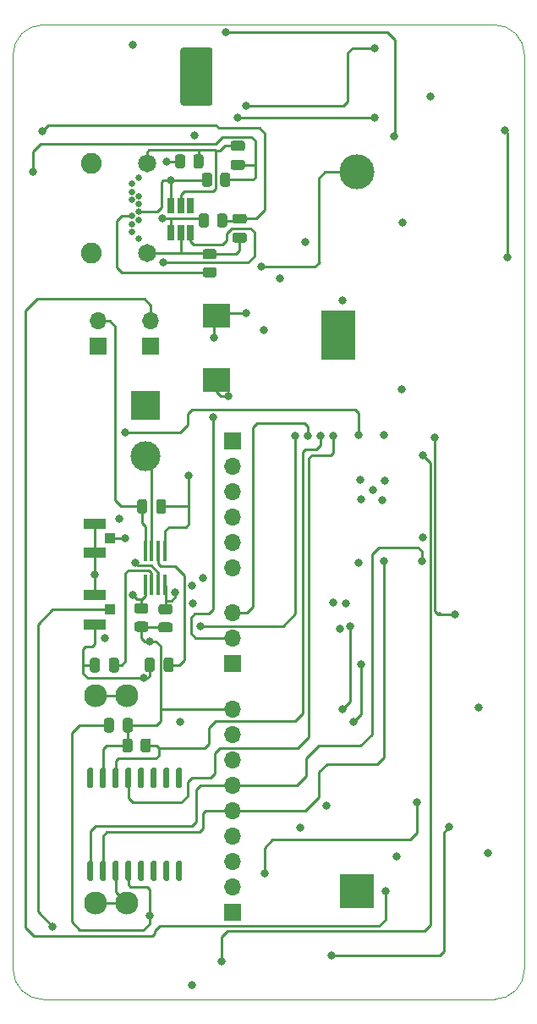
<source format=gbr>
%TF.GenerationSoftware,KiCad,Pcbnew,(5.1.10)-1*%
%TF.CreationDate,2021-09-02T16:56:43-04:00*%
%TF.ProjectId,buoy-c,62756f79-2d63-42e6-9b69-6361645f7063,1.0*%
%TF.SameCoordinates,Original*%
%TF.FileFunction,Copper,L4,Bot*%
%TF.FilePolarity,Positive*%
%FSLAX46Y46*%
G04 Gerber Fmt 4.6, Leading zero omitted, Abs format (unit mm)*
G04 Created by KiCad (PCBNEW (5.1.10)-1) date 2021-09-02 16:56:43*
%MOMM*%
%LPD*%
G01*
G04 APERTURE LIST*
%TA.AperFunction,Profile*%
%ADD10C,0.050000*%
%TD*%
%TA.AperFunction,ComponentPad*%
%ADD11C,3.500000*%
%TD*%
%TA.AperFunction,ComponentPad*%
%ADD12R,3.500000X3.500000*%
%TD*%
%TA.AperFunction,ComponentPad*%
%ADD13C,2.300000*%
%TD*%
%TA.AperFunction,ComponentPad*%
%ADD14O,1.700000X1.700000*%
%TD*%
%TA.AperFunction,ComponentPad*%
%ADD15R,1.700000X1.700000*%
%TD*%
%TA.AperFunction,SMDPad,CuDef*%
%ADD16R,2.200000X1.050000*%
%TD*%
%TA.AperFunction,SMDPad,CuDef*%
%ADD17R,1.050000X1.050000*%
%TD*%
%TA.AperFunction,ComponentPad*%
%ADD18C,0.650000*%
%TD*%
%TA.AperFunction,ComponentPad*%
%ADD19C,1.815000*%
%TD*%
%TA.AperFunction,ComponentPad*%
%ADD20C,2.085000*%
%TD*%
%TA.AperFunction,SMDPad,CuDef*%
%ADD21R,2.800000X2.400000*%
%TD*%
%TA.AperFunction,SMDPad,CuDef*%
%ADD22R,0.650000X1.560000*%
%TD*%
%TA.AperFunction,ComponentPad*%
%ADD23R,3.000000X3.000000*%
%TD*%
%TA.AperFunction,ComponentPad*%
%ADD24C,3.000000*%
%TD*%
%TA.AperFunction,ComponentPad*%
%ADD25C,0.600000*%
%TD*%
%TA.AperFunction,SMDPad,CuDef*%
%ADD26R,3.400000X5.000000*%
%TD*%
%TA.AperFunction,SMDPad,CuDef*%
%ADD27R,0.400000X2.000000*%
%TD*%
%TA.AperFunction,ViaPad*%
%ADD28C,0.800000*%
%TD*%
%TA.AperFunction,Conductor*%
%ADD29C,0.250000*%
%TD*%
G04 APERTURE END LIST*
D10*
X151750000Y-194500000D02*
G75*
G02*
X148750000Y-197500000I-3000000J0D01*
G01*
X148750000Y-100000000D02*
G75*
G02*
X151750000Y-103000000I0J-3000000D01*
G01*
X103550000Y-197500000D02*
G75*
G02*
X100550000Y-194500000I0J3000000D01*
G01*
X100550000Y-103000000D02*
G75*
G02*
X103550000Y-100000000I3000000J0D01*
G01*
X103550000Y-197500000D02*
X148750000Y-197500000D01*
X103550000Y-100000000D02*
X148750000Y-100000000D01*
X151750000Y-103000000D02*
X151750000Y-194500000D01*
X100550000Y-103000000D02*
X100550000Y-194500000D01*
D11*
%TO.P,J5,2*%
%TO.N,+BATT*%
X134975600Y-114700000D03*
D12*
%TO.P,J5,1*%
%TO.N,GND*%
X134975600Y-186700000D03*
%TD*%
D13*
%TO.P,J2,2*%
%TO.N,BAT-CR2032*%
X108822360Y-187892660D03*
X111922360Y-187892660D03*
X111922360Y-167092660D03*
X108822360Y-167092660D03*
%TD*%
D14*
%TO.P,J3,2*%
%TO.N,/5V_USB*%
X114345720Y-129646680D03*
D15*
%TO.P,J3,1*%
%TO.N,GND*%
X114345720Y-132186680D03*
%TD*%
D14*
%TO.P,J10,6*%
%TO.N,ESP_IO2*%
X122521980Y-154302460D03*
%TO.P,J10,5*%
%TO.N,ESP_IO15*%
X122521980Y-151762460D03*
%TO.P,J10,4*%
%TO.N,ESP_IO8*%
X122521980Y-149222460D03*
%TO.P,J10,3*%
%TO.N,ESP_IO7*%
X122521980Y-146682460D03*
%TO.P,J10,2*%
%TO.N,ESP_IO6*%
X122521980Y-144142460D03*
D15*
%TO.P,J10,1*%
%TO.N,GND*%
X122521980Y-141602460D03*
%TD*%
D14*
%TO.P,J7,2*%
%TO.N,+BATT*%
X109062520Y-129646680D03*
D15*
%TO.P,J7,1*%
%TO.N,GND*%
X109062520Y-132186680D03*
%TD*%
D14*
%TO.P,J14,9*%
%TO.N,VDD*%
X122521980Y-168455340D03*
%TO.P,J14,8*%
%TO.N,Net-(J14-Pad8)*%
X122521980Y-170995340D03*
%TO.P,J14,7*%
%TO.N,GND*%
X122521980Y-173535340D03*
%TO.P,J14,6*%
%TO.N,SCL*%
X122521980Y-176075340D03*
%TO.P,J14,5*%
%TO.N,SDA*%
X122521980Y-178615340D03*
%TO.P,J14,4*%
%TO.N,Net-(J14-Pad4)*%
X122521980Y-181155340D03*
%TO.P,J14,3*%
%TO.N,Net-(J14-Pad3)*%
X122521980Y-183695340D03*
%TO.P,J14,2*%
%TO.N,Net-(J14-Pad2)*%
X122521980Y-186235340D03*
D15*
%TO.P,J14,1*%
%TO.N,Net-(J14-Pad1)*%
X122521980Y-188775340D03*
%TD*%
D16*
%TO.P,J9,1*%
%TO.N,GND*%
X108752640Y-152841220D03*
%TO.P,J9,2*%
X108752640Y-149891220D03*
D17*
%TO.P,J9,3*%
%TO.N,Net-(J9-Pad3)*%
X110277640Y-151366220D03*
%TD*%
D16*
%TO.P,J4,1*%
%TO.N,GND*%
X108752640Y-159986980D03*
%TO.P,J4,2*%
X108752640Y-157036980D03*
D17*
%TO.P,J4,3*%
%TO.N,Net-(J4-Pad3)*%
X110277640Y-158511980D03*
%TD*%
D18*
%TO.P,J1,B1*%
%TO.N,GND*%
X113164020Y-121370820D03*
%TO.P,J1,B2*%
%TO.N,Net-(J1-PadB2)*%
X112464020Y-120720820D03*
%TO.P,J1,B3*%
%TO.N,Net-(J1-PadB3)*%
X112464020Y-119920820D03*
%TO.P,J1,B4*%
%TO.N,/5V_USB*%
X113164020Y-119520820D03*
%TO.P,J1,B5*%
%TO.N,Net-(J1-PadB5)*%
X112464020Y-119120820D03*
%TO.P,J1,B6*%
%TO.N,/FB2*%
X113164020Y-118720820D03*
%TO.P,J1,B7*%
%TO.N,/FB1*%
X113164020Y-117920820D03*
%TO.P,J1,B8*%
%TO.N,Net-(J1-PadB8)*%
X112464020Y-117520820D03*
%TO.P,J1,B9*%
%TO.N,/5V_USB*%
X113164020Y-117120820D03*
%TO.P,J1,B10*%
%TO.N,Net-(J1-PadB10)*%
X112464020Y-116720820D03*
%TO.P,J1,B11*%
%TO.N,Net-(J1-PadB11)*%
X112464020Y-115920820D03*
%TO.P,J1,B12*%
%TO.N,GND*%
X113164020Y-115270820D03*
D19*
%TO.P,J1,S1*%
X113964020Y-113820820D03*
D20*
%TO.P,J1,S2*%
X108364020Y-113820820D03*
%TO.P,J1,S3*%
X108364020Y-122820820D03*
D19*
%TO.P,J1,S4*%
X113964020Y-122820820D03*
%TD*%
%TO.P,C10,2*%
%TO.N,GND*%
%TA.AperFunction,SMDPad,CuDef*%
G36*
G01*
X123520220Y-112607980D02*
X122570220Y-112607980D01*
G75*
G02*
X122320220Y-112357980I0J250000D01*
G01*
X122320220Y-111857980D01*
G75*
G02*
X122570220Y-111607980I250000J0D01*
G01*
X123520220Y-111607980D01*
G75*
G02*
X123770220Y-111857980I0J-250000D01*
G01*
X123770220Y-112357980D01*
G75*
G02*
X123520220Y-112607980I-250000J0D01*
G01*
G37*
%TD.AperFunction*%
%TO.P,C10,1*%
%TO.N,/D+*%
%TA.AperFunction,SMDPad,CuDef*%
G36*
G01*
X123520220Y-114507980D02*
X122570220Y-114507980D01*
G75*
G02*
X122320220Y-114257980I0J250000D01*
G01*
X122320220Y-113757980D01*
G75*
G02*
X122570220Y-113507980I250000J0D01*
G01*
X123520220Y-113507980D01*
G75*
G02*
X123770220Y-113757980I0J-250000D01*
G01*
X123770220Y-114257980D01*
G75*
G02*
X123520220Y-114507980I-250000J0D01*
G01*
G37*
%TD.AperFunction*%
%TD*%
%TO.P,C12,1*%
%TO.N,/D-*%
%TA.AperFunction,SMDPad,CuDef*%
G36*
G01*
X122753100Y-118897740D02*
X123703100Y-118897740D01*
G75*
G02*
X123953100Y-119147740I0J-250000D01*
G01*
X123953100Y-119647740D01*
G75*
G02*
X123703100Y-119897740I-250000J0D01*
G01*
X122753100Y-119897740D01*
G75*
G02*
X122503100Y-119647740I0J250000D01*
G01*
X122503100Y-119147740D01*
G75*
G02*
X122753100Y-118897740I250000J0D01*
G01*
G37*
%TD.AperFunction*%
%TO.P,C12,2*%
%TO.N,GND*%
%TA.AperFunction,SMDPad,CuDef*%
G36*
G01*
X122753100Y-120797740D02*
X123703100Y-120797740D01*
G75*
G02*
X123953100Y-121047740I0J-250000D01*
G01*
X123953100Y-121547740D01*
G75*
G02*
X123703100Y-121797740I-250000J0D01*
G01*
X122753100Y-121797740D01*
G75*
G02*
X122503100Y-121547740I0J250000D01*
G01*
X122503100Y-121047740D01*
G75*
G02*
X122753100Y-120797740I250000J0D01*
G01*
G37*
%TD.AperFunction*%
%TD*%
%TO.P,C15,1*%
%TO.N,VDD*%
%TA.AperFunction,SMDPad,CuDef*%
G36*
G01*
X112549600Y-169603400D02*
X112549600Y-170553400D01*
G75*
G02*
X112299600Y-170803400I-250000J0D01*
G01*
X111799600Y-170803400D01*
G75*
G02*
X111549600Y-170553400I0J250000D01*
G01*
X111549600Y-169603400D01*
G75*
G02*
X111799600Y-169353400I250000J0D01*
G01*
X112299600Y-169353400D01*
G75*
G02*
X112549600Y-169603400I0J-250000D01*
G01*
G37*
%TD.AperFunction*%
%TO.P,C15,2*%
%TO.N,GND*%
%TA.AperFunction,SMDPad,CuDef*%
G36*
G01*
X110649600Y-169603400D02*
X110649600Y-170553400D01*
G75*
G02*
X110399600Y-170803400I-250000J0D01*
G01*
X109899600Y-170803400D01*
G75*
G02*
X109649600Y-170553400I0J250000D01*
G01*
X109649600Y-169603400D01*
G75*
G02*
X109899600Y-169353400I250000J0D01*
G01*
X110399600Y-169353400D01*
G75*
G02*
X110649600Y-169603400I0J-250000D01*
G01*
G37*
%TD.AperFunction*%
%TD*%
D21*
%TO.P,C19,2*%
%TO.N,GND*%
X120947180Y-135506060D03*
%TO.P,C19,1*%
%TO.N,+5V*%
X120947180Y-129106060D03*
%TD*%
%TO.P,C20,2*%
%TO.N,GND*%
%TA.AperFunction,SMDPad,CuDef*%
G36*
G01*
X114874460Y-148661140D02*
X114874460Y-147711140D01*
G75*
G02*
X115124460Y-147461140I250000J0D01*
G01*
X115624460Y-147461140D01*
G75*
G02*
X115874460Y-147711140I0J-250000D01*
G01*
X115874460Y-148661140D01*
G75*
G02*
X115624460Y-148911140I-250000J0D01*
G01*
X115124460Y-148911140D01*
G75*
G02*
X114874460Y-148661140I0J250000D01*
G01*
G37*
%TD.AperFunction*%
%TO.P,C20,1*%
%TO.N,+BATT*%
%TA.AperFunction,SMDPad,CuDef*%
G36*
G01*
X112974460Y-148661140D02*
X112974460Y-147711140D01*
G75*
G02*
X113224460Y-147461140I250000J0D01*
G01*
X113724460Y-147461140D01*
G75*
G02*
X113974460Y-147711140I0J-250000D01*
G01*
X113974460Y-148661140D01*
G75*
G02*
X113724460Y-148911140I-250000J0D01*
G01*
X113224460Y-148911140D01*
G75*
G02*
X112974460Y-148661140I0J250000D01*
G01*
G37*
%TD.AperFunction*%
%TD*%
%TO.P,C21,2*%
%TO.N,GND*%
%TA.AperFunction,SMDPad,CuDef*%
G36*
G01*
X114721220Y-163558200D02*
X114721220Y-164508200D01*
G75*
G02*
X114471220Y-164758200I-250000J0D01*
G01*
X113971220Y-164758200D01*
G75*
G02*
X113721220Y-164508200I0J250000D01*
G01*
X113721220Y-163558200D01*
G75*
G02*
X113971220Y-163308200I250000J0D01*
G01*
X114471220Y-163308200D01*
G75*
G02*
X114721220Y-163558200I0J-250000D01*
G01*
G37*
%TD.AperFunction*%
%TO.P,C21,1*%
%TO.N,Net-(C21-Pad1)*%
%TA.AperFunction,SMDPad,CuDef*%
G36*
G01*
X116621220Y-163558200D02*
X116621220Y-164508200D01*
G75*
G02*
X116371220Y-164758200I-250000J0D01*
G01*
X115871220Y-164758200D01*
G75*
G02*
X115621220Y-164508200I0J250000D01*
G01*
X115621220Y-163558200D01*
G75*
G02*
X115871220Y-163308200I250000J0D01*
G01*
X116371220Y-163308200D01*
G75*
G02*
X116621220Y-163558200I0J-250000D01*
G01*
G37*
%TD.AperFunction*%
%TD*%
%TO.P,C22,2*%
%TO.N,GND*%
%TA.AperFunction,SMDPad,CuDef*%
G36*
G01*
X109242400Y-163586140D02*
X109242400Y-164536140D01*
G75*
G02*
X108992400Y-164786140I-250000J0D01*
G01*
X108492400Y-164786140D01*
G75*
G02*
X108242400Y-164536140I0J250000D01*
G01*
X108242400Y-163586140D01*
G75*
G02*
X108492400Y-163336140I250000J0D01*
G01*
X108992400Y-163336140D01*
G75*
G02*
X109242400Y-163586140I0J-250000D01*
G01*
G37*
%TD.AperFunction*%
%TO.P,C22,1*%
%TO.N,Net-(C22-Pad1)*%
%TA.AperFunction,SMDPad,CuDef*%
G36*
G01*
X111142400Y-163586140D02*
X111142400Y-164536140D01*
G75*
G02*
X110892400Y-164786140I-250000J0D01*
G01*
X110392400Y-164786140D01*
G75*
G02*
X110142400Y-164536140I0J250000D01*
G01*
X110142400Y-163586140D01*
G75*
G02*
X110392400Y-163336140I250000J0D01*
G01*
X110892400Y-163336140D01*
G75*
G02*
X111142400Y-163586140I0J-250000D01*
G01*
G37*
%TD.AperFunction*%
%TD*%
D22*
%TO.P,D3,1*%
%TO.N,/5V_USB*%
X118285300Y-120773180D03*
%TO.P,D3,2*%
%TO.N,GND*%
X117335300Y-120773180D03*
%TO.P,D3,3*%
%TO.N,/FB1*%
X116385300Y-120773180D03*
%TO.P,D3,4*%
%TO.N,/FB2*%
X116385300Y-118073180D03*
%TO.P,D3,6*%
%TO.N,Net-(D3-Pad6)*%
X118285300Y-118073180D03*
%TO.P,D3,5*%
%TO.N,GND*%
X117335300Y-118073180D03*
%TD*%
%TO.P,FB1,2*%
%TO.N,/FB1*%
%TA.AperFunction,SMDPad,CuDef*%
G36*
G01*
X120163000Y-119128119D02*
X120163000Y-120028121D01*
G75*
G02*
X119913001Y-120278120I-249999J0D01*
G01*
X119387999Y-120278120D01*
G75*
G02*
X119138000Y-120028121I0J249999D01*
G01*
X119138000Y-119128119D01*
G75*
G02*
X119387999Y-118878120I249999J0D01*
G01*
X119913001Y-118878120D01*
G75*
G02*
X120163000Y-119128119I0J-249999D01*
G01*
G37*
%TD.AperFunction*%
%TO.P,FB1,1*%
%TO.N,/D-*%
%TA.AperFunction,SMDPad,CuDef*%
G36*
G01*
X121988000Y-119128119D02*
X121988000Y-120028121D01*
G75*
G02*
X121738001Y-120278120I-249999J0D01*
G01*
X121212999Y-120278120D01*
G75*
G02*
X120963000Y-120028121I0J249999D01*
G01*
X120963000Y-119128119D01*
G75*
G02*
X121212999Y-118878120I249999J0D01*
G01*
X121738001Y-118878120D01*
G75*
G02*
X121988000Y-119128119I0J-249999D01*
G01*
G37*
%TD.AperFunction*%
%TD*%
%TO.P,FB2,1*%
%TO.N,/D+*%
%TA.AperFunction,SMDPad,CuDef*%
G36*
G01*
X122311220Y-115051419D02*
X122311220Y-115951421D01*
G75*
G02*
X122061221Y-116201420I-249999J0D01*
G01*
X121536219Y-116201420D01*
G75*
G02*
X121286220Y-115951421I0J249999D01*
G01*
X121286220Y-115051419D01*
G75*
G02*
X121536219Y-114801420I249999J0D01*
G01*
X122061221Y-114801420D01*
G75*
G02*
X122311220Y-115051419I0J-249999D01*
G01*
G37*
%TD.AperFunction*%
%TO.P,FB2,2*%
%TO.N,/FB2*%
%TA.AperFunction,SMDPad,CuDef*%
G36*
G01*
X120486220Y-115051419D02*
X120486220Y-115951421D01*
G75*
G02*
X120236221Y-116201420I-249999J0D01*
G01*
X119711219Y-116201420D01*
G75*
G02*
X119461220Y-115951421I0J249999D01*
G01*
X119461220Y-115051419D01*
G75*
G02*
X119711219Y-114801420I249999J0D01*
G01*
X120236221Y-114801420D01*
G75*
G02*
X120486220Y-115051419I0J-249999D01*
G01*
G37*
%TD.AperFunction*%
%TD*%
D14*
%TO.P,J8,3*%
%TO.N,PWM_SERVO*%
X122521980Y-158826200D03*
%TO.P,J8,2*%
%TO.N,+5V*%
X122521980Y-161366200D03*
D15*
%TO.P,J8,1*%
%TO.N,GND*%
X122521980Y-163906200D03*
%TD*%
D23*
%TO.P,J11,1*%
%TO.N,GND*%
X113797080Y-138046460D03*
D24*
%TO.P,J11,2*%
%TO.N,Net-(J11-Pad2)*%
X113797080Y-143126460D03*
%TD*%
%TO.P,R4,2*%
%TO.N,GND*%
%TA.AperFunction,SMDPad,CuDef*%
G36*
G01*
X120678361Y-123454840D02*
X119778359Y-123454840D01*
G75*
G02*
X119528360Y-123204841I0J249999D01*
G01*
X119528360Y-122679839D01*
G75*
G02*
X119778359Y-122429840I249999J0D01*
G01*
X120678361Y-122429840D01*
G75*
G02*
X120928360Y-122679839I0J-249999D01*
G01*
X120928360Y-123204841D01*
G75*
G02*
X120678361Y-123454840I-249999J0D01*
G01*
G37*
%TD.AperFunction*%
%TO.P,R4,1*%
%TO.N,Net-(J1-PadB5)*%
%TA.AperFunction,SMDPad,CuDef*%
G36*
G01*
X120678361Y-125279840D02*
X119778359Y-125279840D01*
G75*
G02*
X119528360Y-125029841I0J249999D01*
G01*
X119528360Y-124504839D01*
G75*
G02*
X119778359Y-124254840I249999J0D01*
G01*
X120678361Y-124254840D01*
G75*
G02*
X120928360Y-124504839I0J-249999D01*
G01*
X120928360Y-125029841D01*
G75*
G02*
X120678361Y-125279840I-249999J0D01*
G01*
G37*
%TD.AperFunction*%
%TD*%
%TO.P,R6,1*%
%TO.N,Net-(J1-PadA5)*%
%TA.AperFunction,SMDPad,CuDef*%
G36*
G01*
X116768820Y-114115001D02*
X116768820Y-113214999D01*
G75*
G02*
X117018819Y-112965000I249999J0D01*
G01*
X117543821Y-112965000D01*
G75*
G02*
X117793820Y-113214999I0J-249999D01*
G01*
X117793820Y-114115001D01*
G75*
G02*
X117543821Y-114365000I-249999J0D01*
G01*
X117018819Y-114365000D01*
G75*
G02*
X116768820Y-114115001I0J249999D01*
G01*
G37*
%TD.AperFunction*%
%TO.P,R6,2*%
%TO.N,GND*%
%TA.AperFunction,SMDPad,CuDef*%
G36*
G01*
X118593820Y-114115001D02*
X118593820Y-113214999D01*
G75*
G02*
X118843819Y-112965000I249999J0D01*
G01*
X119368821Y-112965000D01*
G75*
G02*
X119618820Y-113214999I0J-249999D01*
G01*
X119618820Y-114115001D01*
G75*
G02*
X119368821Y-114365000I-249999J0D01*
G01*
X118843819Y-114365000D01*
G75*
G02*
X118593820Y-114115001I0J249999D01*
G01*
G37*
%TD.AperFunction*%
%TD*%
%TO.P,R25,1*%
%TO.N,VDD*%
%TA.AperFunction,SMDPad,CuDef*%
G36*
G01*
X111503400Y-172547701D02*
X111503400Y-171647699D01*
G75*
G02*
X111753399Y-171397700I249999J0D01*
G01*
X112278401Y-171397700D01*
G75*
G02*
X112528400Y-171647699I0J-249999D01*
G01*
X112528400Y-172547701D01*
G75*
G02*
X112278401Y-172797700I-249999J0D01*
G01*
X111753399Y-172797700D01*
G75*
G02*
X111503400Y-172547701I0J249999D01*
G01*
G37*
%TD.AperFunction*%
%TO.P,R25,2*%
%TO.N,INT_RTC*%
%TA.AperFunction,SMDPad,CuDef*%
G36*
G01*
X113328400Y-172547701D02*
X113328400Y-171647699D01*
G75*
G02*
X113578399Y-171397700I249999J0D01*
G01*
X114103401Y-171397700D01*
G75*
G02*
X114353400Y-171647699I0J-249999D01*
G01*
X114353400Y-172547701D01*
G75*
G02*
X114103401Y-172797700I-249999J0D01*
G01*
X113578399Y-172797700D01*
G75*
G02*
X113328400Y-172547701I0J249999D01*
G01*
G37*
%TD.AperFunction*%
%TD*%
%TO.P,R36,1*%
%TO.N,VDD*%
%TA.AperFunction,SMDPad,CuDef*%
G36*
G01*
X116266381Y-160802380D02*
X115366379Y-160802380D01*
G75*
G02*
X115116380Y-160552381I0J249999D01*
G01*
X115116380Y-160027379D01*
G75*
G02*
X115366379Y-159777380I249999J0D01*
G01*
X116266381Y-159777380D01*
G75*
G02*
X116516380Y-160027379I0J-249999D01*
G01*
X116516380Y-160552381D01*
G75*
G02*
X116266381Y-160802380I-249999J0D01*
G01*
G37*
%TD.AperFunction*%
%TO.P,R36,2*%
%TO.N,BUTTON_INT*%
%TA.AperFunction,SMDPad,CuDef*%
G36*
G01*
X116266381Y-158977380D02*
X115366379Y-158977380D01*
G75*
G02*
X115116380Y-158727381I0J249999D01*
G01*
X115116380Y-158202379D01*
G75*
G02*
X115366379Y-157952380I249999J0D01*
G01*
X116266381Y-157952380D01*
G75*
G02*
X116516380Y-158202379I0J-249999D01*
G01*
X116516380Y-158727381D01*
G75*
G02*
X116266381Y-158977380I-249999J0D01*
G01*
G37*
%TD.AperFunction*%
%TD*%
%TO.P,R37,2*%
%TO.N,BUTTON_KILL*%
%TA.AperFunction,SMDPad,CuDef*%
G36*
G01*
X113838141Y-158901180D02*
X112938139Y-158901180D01*
G75*
G02*
X112688140Y-158651181I0J249999D01*
G01*
X112688140Y-158126179D01*
G75*
G02*
X112938139Y-157876180I249999J0D01*
G01*
X113838141Y-157876180D01*
G75*
G02*
X114088140Y-158126179I0J-249999D01*
G01*
X114088140Y-158651181D01*
G75*
G02*
X113838141Y-158901180I-249999J0D01*
G01*
G37*
%TD.AperFunction*%
%TO.P,R37,1*%
%TO.N,VDD*%
%TA.AperFunction,SMDPad,CuDef*%
G36*
G01*
X113838141Y-160726180D02*
X112938139Y-160726180D01*
G75*
G02*
X112688140Y-160476181I0J249999D01*
G01*
X112688140Y-159951179D01*
G75*
G02*
X112938139Y-159701180I249999J0D01*
G01*
X113838141Y-159701180D01*
G75*
G02*
X114088140Y-159951179I0J-249999D01*
G01*
X114088140Y-160476181D01*
G75*
G02*
X113838141Y-160726180I-249999J0D01*
G01*
G37*
%TD.AperFunction*%
%TD*%
D25*
%TO.P,U2,21*%
%TO.N,GND*%
X117615180Y-102578860D03*
X118915180Y-102578860D03*
X120215180Y-102578860D03*
X117615180Y-103878860D03*
X118915180Y-103878860D03*
X120215180Y-103878860D03*
X117615180Y-105178860D03*
X118915180Y-105178860D03*
X120215180Y-105178860D03*
X117615180Y-106478860D03*
X118915180Y-106478860D03*
X120215180Y-106478860D03*
X117615180Y-107778860D03*
X118915180Y-107778860D03*
X120215180Y-107778860D03*
%TA.AperFunction,SMDPad,CuDef*%
G36*
G01*
X117315180Y-107828860D02*
X117315180Y-102528860D01*
G75*
G02*
X117565180Y-102278860I250000J0D01*
G01*
X120265180Y-102278860D01*
G75*
G02*
X120515180Y-102528860I0J-250000D01*
G01*
X120515180Y-107828860D01*
G75*
G02*
X120265180Y-108078860I-250000J0D01*
G01*
X117565180Y-108078860D01*
G75*
G02*
X117315180Y-107828860I0J250000D01*
G01*
G37*
%TD.AperFunction*%
%TD*%
D26*
%TO.P,U6,17*%
%TO.N,GND*%
X133096000Y-131084320D03*
D25*
X134196000Y-128884320D03*
X133096000Y-128884320D03*
X131996000Y-128884320D03*
X131996000Y-129984320D03*
X133096000Y-129984320D03*
X134196000Y-129984320D03*
X131996000Y-131084320D03*
X133096000Y-131084320D03*
X134196000Y-131084320D03*
X131996000Y-132184320D03*
X133096000Y-132184320D03*
X134196000Y-132184320D03*
X131996000Y-133284320D03*
X133096000Y-133284320D03*
X134196000Y-133284320D03*
%TD*%
%TO.P,U8,1*%
%TO.N,Net-(U8-Pad1)*%
%TA.AperFunction,SMDPad,CuDef*%
G36*
G01*
X108142900Y-174314480D02*
X108442900Y-174314480D01*
G75*
G02*
X108592900Y-174464480I0J-150000D01*
G01*
X108592900Y-176214480D01*
G75*
G02*
X108442900Y-176364480I-150000J0D01*
G01*
X108142900Y-176364480D01*
G75*
G02*
X107992900Y-176214480I0J150000D01*
G01*
X107992900Y-174464480D01*
G75*
G02*
X108142900Y-174314480I150000J0D01*
G01*
G37*
%TD.AperFunction*%
%TO.P,U8,2*%
%TO.N,VDD*%
%TA.AperFunction,SMDPad,CuDef*%
G36*
G01*
X109412900Y-174314480D02*
X109712900Y-174314480D01*
G75*
G02*
X109862900Y-174464480I0J-150000D01*
G01*
X109862900Y-176214480D01*
G75*
G02*
X109712900Y-176364480I-150000J0D01*
G01*
X109412900Y-176364480D01*
G75*
G02*
X109262900Y-176214480I0J150000D01*
G01*
X109262900Y-174464480D01*
G75*
G02*
X109412900Y-174314480I150000J0D01*
G01*
G37*
%TD.AperFunction*%
%TO.P,U8,3*%
%TO.N,INT_RTC*%
%TA.AperFunction,SMDPad,CuDef*%
G36*
G01*
X110682900Y-174314480D02*
X110982900Y-174314480D01*
G75*
G02*
X111132900Y-174464480I0J-150000D01*
G01*
X111132900Y-176214480D01*
G75*
G02*
X110982900Y-176364480I-150000J0D01*
G01*
X110682900Y-176364480D01*
G75*
G02*
X110532900Y-176214480I0J150000D01*
G01*
X110532900Y-174464480D01*
G75*
G02*
X110682900Y-174314480I150000J0D01*
G01*
G37*
%TD.AperFunction*%
%TO.P,U8,4*%
%TO.N,RST_RTC*%
%TA.AperFunction,SMDPad,CuDef*%
G36*
G01*
X111952900Y-174314480D02*
X112252900Y-174314480D01*
G75*
G02*
X112402900Y-174464480I0J-150000D01*
G01*
X112402900Y-176214480D01*
G75*
G02*
X112252900Y-176364480I-150000J0D01*
G01*
X111952900Y-176364480D01*
G75*
G02*
X111802900Y-176214480I0J150000D01*
G01*
X111802900Y-174464480D01*
G75*
G02*
X111952900Y-174314480I150000J0D01*
G01*
G37*
%TD.AperFunction*%
%TO.P,U8,5*%
%TO.N,Net-(U8-Pad5)*%
%TA.AperFunction,SMDPad,CuDef*%
G36*
G01*
X113222900Y-174314480D02*
X113522900Y-174314480D01*
G75*
G02*
X113672900Y-174464480I0J-150000D01*
G01*
X113672900Y-176214480D01*
G75*
G02*
X113522900Y-176364480I-150000J0D01*
G01*
X113222900Y-176364480D01*
G75*
G02*
X113072900Y-176214480I0J150000D01*
G01*
X113072900Y-174464480D01*
G75*
G02*
X113222900Y-174314480I150000J0D01*
G01*
G37*
%TD.AperFunction*%
%TO.P,U8,6*%
%TO.N,Net-(U8-Pad6)*%
%TA.AperFunction,SMDPad,CuDef*%
G36*
G01*
X114492900Y-174314480D02*
X114792900Y-174314480D01*
G75*
G02*
X114942900Y-174464480I0J-150000D01*
G01*
X114942900Y-176214480D01*
G75*
G02*
X114792900Y-176364480I-150000J0D01*
G01*
X114492900Y-176364480D01*
G75*
G02*
X114342900Y-176214480I0J150000D01*
G01*
X114342900Y-174464480D01*
G75*
G02*
X114492900Y-174314480I150000J0D01*
G01*
G37*
%TD.AperFunction*%
%TO.P,U8,7*%
%TO.N,Net-(U8-Pad7)*%
%TA.AperFunction,SMDPad,CuDef*%
G36*
G01*
X115762900Y-174314480D02*
X116062900Y-174314480D01*
G75*
G02*
X116212900Y-174464480I0J-150000D01*
G01*
X116212900Y-176214480D01*
G75*
G02*
X116062900Y-176364480I-150000J0D01*
G01*
X115762900Y-176364480D01*
G75*
G02*
X115612900Y-176214480I0J150000D01*
G01*
X115612900Y-174464480D01*
G75*
G02*
X115762900Y-174314480I150000J0D01*
G01*
G37*
%TD.AperFunction*%
%TO.P,U8,8*%
%TO.N,Net-(U8-Pad8)*%
%TA.AperFunction,SMDPad,CuDef*%
G36*
G01*
X117032900Y-174314480D02*
X117332900Y-174314480D01*
G75*
G02*
X117482900Y-174464480I0J-150000D01*
G01*
X117482900Y-176214480D01*
G75*
G02*
X117332900Y-176364480I-150000J0D01*
G01*
X117032900Y-176364480D01*
G75*
G02*
X116882900Y-176214480I0J150000D01*
G01*
X116882900Y-174464480D01*
G75*
G02*
X117032900Y-174314480I150000J0D01*
G01*
G37*
%TD.AperFunction*%
%TO.P,U8,9*%
%TO.N,Net-(U8-Pad9)*%
%TA.AperFunction,SMDPad,CuDef*%
G36*
G01*
X117032900Y-183614480D02*
X117332900Y-183614480D01*
G75*
G02*
X117482900Y-183764480I0J-150000D01*
G01*
X117482900Y-185514480D01*
G75*
G02*
X117332900Y-185664480I-150000J0D01*
G01*
X117032900Y-185664480D01*
G75*
G02*
X116882900Y-185514480I0J150000D01*
G01*
X116882900Y-183764480D01*
G75*
G02*
X117032900Y-183614480I150000J0D01*
G01*
G37*
%TD.AperFunction*%
%TO.P,U8,10*%
%TO.N,Net-(U8-Pad10)*%
%TA.AperFunction,SMDPad,CuDef*%
G36*
G01*
X115762900Y-183614480D02*
X116062900Y-183614480D01*
G75*
G02*
X116212900Y-183764480I0J-150000D01*
G01*
X116212900Y-185514480D01*
G75*
G02*
X116062900Y-185664480I-150000J0D01*
G01*
X115762900Y-185664480D01*
G75*
G02*
X115612900Y-185514480I0J150000D01*
G01*
X115612900Y-183764480D01*
G75*
G02*
X115762900Y-183614480I150000J0D01*
G01*
G37*
%TD.AperFunction*%
%TO.P,U8,11*%
%TO.N,Net-(U8-Pad11)*%
%TA.AperFunction,SMDPad,CuDef*%
G36*
G01*
X114492900Y-183614480D02*
X114792900Y-183614480D01*
G75*
G02*
X114942900Y-183764480I0J-150000D01*
G01*
X114942900Y-185514480D01*
G75*
G02*
X114792900Y-185664480I-150000J0D01*
G01*
X114492900Y-185664480D01*
G75*
G02*
X114342900Y-185514480I0J150000D01*
G01*
X114342900Y-183764480D01*
G75*
G02*
X114492900Y-183614480I150000J0D01*
G01*
G37*
%TD.AperFunction*%
%TO.P,U8,12*%
%TO.N,Net-(U8-Pad12)*%
%TA.AperFunction,SMDPad,CuDef*%
G36*
G01*
X113222900Y-183614480D02*
X113522900Y-183614480D01*
G75*
G02*
X113672900Y-183764480I0J-150000D01*
G01*
X113672900Y-185514480D01*
G75*
G02*
X113522900Y-185664480I-150000J0D01*
G01*
X113222900Y-185664480D01*
G75*
G02*
X113072900Y-185514480I0J150000D01*
G01*
X113072900Y-183764480D01*
G75*
G02*
X113222900Y-183614480I150000J0D01*
G01*
G37*
%TD.AperFunction*%
%TO.P,U8,13*%
%TO.N,GND*%
%TA.AperFunction,SMDPad,CuDef*%
G36*
G01*
X111952900Y-183614480D02*
X112252900Y-183614480D01*
G75*
G02*
X112402900Y-183764480I0J-150000D01*
G01*
X112402900Y-185514480D01*
G75*
G02*
X112252900Y-185664480I-150000J0D01*
G01*
X111952900Y-185664480D01*
G75*
G02*
X111802900Y-185514480I0J150000D01*
G01*
X111802900Y-183764480D01*
G75*
G02*
X111952900Y-183614480I150000J0D01*
G01*
G37*
%TD.AperFunction*%
%TO.P,U8,14*%
%TO.N,BAT-CR2032*%
%TA.AperFunction,SMDPad,CuDef*%
G36*
G01*
X110682900Y-183614480D02*
X110982900Y-183614480D01*
G75*
G02*
X111132900Y-183764480I0J-150000D01*
G01*
X111132900Y-185514480D01*
G75*
G02*
X110982900Y-185664480I-150000J0D01*
G01*
X110682900Y-185664480D01*
G75*
G02*
X110532900Y-185514480I0J150000D01*
G01*
X110532900Y-183764480D01*
G75*
G02*
X110682900Y-183614480I150000J0D01*
G01*
G37*
%TD.AperFunction*%
%TO.P,U8,15*%
%TO.N,SDA*%
%TA.AperFunction,SMDPad,CuDef*%
G36*
G01*
X109412900Y-183614480D02*
X109712900Y-183614480D01*
G75*
G02*
X109862900Y-183764480I0J-150000D01*
G01*
X109862900Y-185514480D01*
G75*
G02*
X109712900Y-185664480I-150000J0D01*
G01*
X109412900Y-185664480D01*
G75*
G02*
X109262900Y-185514480I0J150000D01*
G01*
X109262900Y-183764480D01*
G75*
G02*
X109412900Y-183614480I150000J0D01*
G01*
G37*
%TD.AperFunction*%
%TO.P,U8,16*%
%TO.N,SCL*%
%TA.AperFunction,SMDPad,CuDef*%
G36*
G01*
X108142900Y-183614480D02*
X108442900Y-183614480D01*
G75*
G02*
X108592900Y-183764480I0J-150000D01*
G01*
X108592900Y-185514480D01*
G75*
G02*
X108442900Y-185664480I-150000J0D01*
G01*
X108142900Y-185664480D01*
G75*
G02*
X107992900Y-185514480I0J150000D01*
G01*
X107992900Y-183764480D01*
G75*
G02*
X108142900Y-183614480I150000J0D01*
G01*
G37*
%TD.AperFunction*%
%TD*%
D27*
%TO.P,U10,1*%
%TO.N,+BATT*%
X113789740Y-152625480D03*
%TO.P,U10,2*%
%TO.N,Net-(J11-Pad2)*%
X114429740Y-152625480D03*
%TO.P,U10,3*%
%TO.N,Net-(C21-Pad1)*%
X115089740Y-152625480D03*
%TO.P,U10,4*%
%TO.N,GND*%
X115729740Y-152625480D03*
%TO.P,U10,5*%
%TO.N,BUTTON_INT*%
X115729740Y-156045480D03*
%TO.P,U10,6*%
%TO.N,EN_3V3*%
X115089740Y-156045480D03*
%TO.P,U10,7*%
%TO.N,Net-(C22-Pad1)*%
X114429740Y-156045480D03*
%TO.P,U10,8*%
%TO.N,BUTTON_KILL*%
X113789740Y-156045480D03*
%TD*%
D28*
%TO.N,+BATT*%
X125364240Y-124195840D03*
X142379700Y-107190540D03*
X112506760Y-102041960D03*
X139418060Y-136474200D03*
%TO.N,GND*%
X137749280Y-145572480D03*
X137500360Y-147561300D03*
X135387080Y-147436840D03*
X135305800Y-145531840D03*
X138965940Y-183194960D03*
X148099780Y-182864760D03*
X114195860Y-189108080D03*
X139527280Y-119773700D03*
X133504940Y-127541020D03*
X125679200Y-130535680D03*
X136541600Y-146530300D03*
X133240780Y-160383220D03*
X147185140Y-168290480D03*
X122085100Y-137162540D03*
X118127780Y-145061940D03*
X108752640Y-154967940D03*
X113596420Y-165366700D03*
X118473180Y-196088040D03*
%TO.N,BAT-CR2032*%
X135364220Y-163946840D03*
X117236240Y-169743120D03*
X134622540Y-169743120D03*
%TO.N,/5V_USB*%
X115575080Y-123802140D03*
X118752620Y-111102140D03*
X137820400Y-186697500D03*
%TO.N,Net-(C4-Pad1)*%
X123911360Y-108127800D03*
X136728200Y-102346760D03*
%TO.N,Net-(C4-Pad2)*%
X123019820Y-109245400D03*
X136768840Y-109245400D03*
%TO.N,+3V3*%
X121851420Y-100759260D03*
X138739880Y-111175800D03*
%TO.N,/D+*%
X129303780Y-180284120D03*
X102524560Y-114701320D03*
%TO.N,/D-*%
X131894580Y-178122580D03*
X103487220Y-110599220D03*
%TO.N,VDD*%
X144805400Y-158958280D03*
X142793720Y-141287500D03*
X134285140Y-160144040D03*
X133520180Y-168455340D03*
X114254280Y-161655760D03*
X111158020Y-149420580D03*
X150066380Y-123217300D03*
X149806660Y-110517940D03*
%TO.N,+5V*%
X123842780Y-128874520D03*
X120642380Y-131297680D03*
X120586500Y-139298680D03*
%TO.N,ESP_EN*%
X141571980Y-143073120D03*
X121406920Y-193664840D03*
%TO.N,Net-(D2-Pad2)*%
X127292100Y-125374400D03*
X129791460Y-121770140D03*
%TO.N,Net-(J1-PadA5)*%
X115920520Y-113708180D03*
%TO.N,PWM_SERVO*%
X130101340Y-141094460D03*
%TO.N,/RTS*%
X132420360Y-193126360D03*
X144211040Y-180273960D03*
%TO.N,EN_3V3*%
X112809020Y-153821300D03*
%TO.N,EN_5V*%
X135100060Y-141046200D03*
X111777780Y-140771880D03*
%TO.N,SDA*%
X137683240Y-153687780D03*
%TO.N,SCL*%
X141470380Y-153642060D03*
%TO.N,INT_RTC*%
X131335780Y-141124940D03*
%TO.N,BUTTON_INT*%
X137668000Y-141051280D03*
X116801900Y-156814520D03*
%TO.N,BUTTON_KILL*%
X112533260Y-157010100D03*
%TO.N,LORA_MOSI*%
X109712760Y-161315400D03*
X141541500Y-151267160D03*
%TO.N,LORA_MISO*%
X135107680Y-153835100D03*
X119529860Y-155308300D03*
%TO.N,LORA_SCK*%
X133880860Y-157848300D03*
X118457980Y-156065220D03*
%TO.N,LORA_NSS*%
X132600700Y-157772100D03*
X118521480Y-157894020D03*
%TO.N,LORA_RST*%
X128823720Y-141124940D03*
X119306340Y-160159700D03*
%TO.N,RST_RTC*%
X132626100Y-141137640D03*
%TO.N,Net-(J9-Pad3)*%
X111734600Y-151386540D03*
%TO.N,Net-(J4-Pad3)*%
X104523540Y-190200280D03*
X141003020Y-177779680D03*
X125702060Y-184873900D03*
%TO.N,/FB1*%
X115461172Y-119393326D03*
%TO.N,/FB2*%
X116385300Y-115554800D03*
%TD*%
D29*
%TO.N,+BATT*%
X113789740Y-152625480D02*
X113789740Y-150154920D01*
X113474460Y-149839640D02*
X113474460Y-148186140D01*
X113789740Y-150154920D02*
X113474460Y-149839640D01*
X113474460Y-148186140D02*
X111328200Y-148186140D01*
X111328200Y-148186140D02*
X110731300Y-147589240D01*
X110731300Y-147589240D02*
X110731300Y-130162300D01*
X110215680Y-129646680D02*
X109062520Y-129646680D01*
X110731300Y-130162300D02*
X110215680Y-129646680D01*
X125364240Y-124195840D02*
X130779520Y-124195840D01*
X131124960Y-123850400D02*
X131124960Y-115349020D01*
X130779520Y-124195840D02*
X131124960Y-123850400D01*
X131124960Y-123850400D02*
X131221480Y-123753880D01*
X131773980Y-114700000D02*
X134975600Y-114700000D01*
X131124960Y-115349020D02*
X131773980Y-114700000D01*
%TO.N,GND*%
X120106840Y-122820820D02*
X120228360Y-122942340D01*
X123228100Y-121297740D02*
X123228100Y-122582940D01*
X122868700Y-122942340D02*
X120228360Y-122942340D01*
X123228100Y-122582940D02*
X122868700Y-122942340D01*
X117335300Y-122768360D02*
X117282840Y-122820820D01*
X117335300Y-120773180D02*
X117335300Y-122768360D01*
X117282840Y-122820820D02*
X120106840Y-122820820D01*
X113964020Y-122820820D02*
X117282840Y-122820820D01*
X113964020Y-112720820D02*
X113964020Y-113820820D01*
X114152720Y-112532120D02*
X113964020Y-112720820D01*
X119106320Y-112555580D02*
X119082860Y-112532120D01*
X119082860Y-112532120D02*
X114152720Y-112532120D01*
X119106320Y-113665000D02*
X119106320Y-112555580D01*
X120811230Y-112574050D02*
X120853160Y-112532120D01*
X120811230Y-116384130D02*
X120811230Y-112574050D01*
X120543320Y-116652040D02*
X120811230Y-116384130D01*
X117673120Y-116652040D02*
X120543320Y-116652040D01*
X117335300Y-116989860D02*
X117673120Y-116652040D01*
X117335300Y-118073180D02*
X117335300Y-116989860D01*
X120853160Y-112532120D02*
X119082860Y-112532120D01*
X112102900Y-184639480D02*
X112102900Y-186032140D01*
X112102900Y-186032140D02*
X112301020Y-186230260D01*
X112301020Y-186230260D02*
X113962180Y-186230260D01*
X114195860Y-186463940D02*
X114195860Y-189108080D01*
X113962180Y-186230260D02*
X114195860Y-186463940D01*
X110149600Y-170078400D02*
X107190540Y-170078400D01*
X107190540Y-170078400D02*
X106420920Y-170848020D01*
X106420920Y-170848020D02*
X106420920Y-189745620D01*
X106420920Y-189745620D02*
X107236260Y-190560960D01*
X107236260Y-190560960D02*
X113576100Y-190560960D01*
X114195860Y-189941200D02*
X114195860Y-189108080D01*
X113576100Y-190560960D02*
X114195860Y-189941200D01*
X114221220Y-164033200D02*
X114221220Y-165148300D01*
X114221220Y-165148300D02*
X114002820Y-165366700D01*
X114002820Y-165366700D02*
X113596420Y-165366700D01*
X108008420Y-165366700D02*
X107523280Y-164881560D01*
X107523280Y-162478720D02*
X107767120Y-162234880D01*
X107767120Y-162234880D02*
X108465620Y-162234880D01*
X108752640Y-161947860D02*
X108752640Y-159986980D01*
X108465620Y-162234880D02*
X108752640Y-161947860D01*
X107525820Y-164061140D02*
X107523280Y-164058600D01*
X108742400Y-164061140D02*
X107525820Y-164061140D01*
X107523280Y-164058600D02*
X107523280Y-162478720D01*
X107523280Y-164881560D02*
X107523280Y-164058600D01*
X115729740Y-152625480D02*
X115729740Y-150645140D01*
X115729740Y-150645140D02*
X116149120Y-150225760D01*
X116149120Y-150225760D02*
X117850920Y-150225760D01*
X117850920Y-150225760D02*
X118137940Y-149938740D01*
X115374460Y-148186140D02*
X118049040Y-148186140D01*
X118049040Y-148186140D02*
X118137940Y-148275040D01*
X118137940Y-149938740D02*
X118137940Y-148275040D01*
X122044460Y-141124940D02*
X122521980Y-141602460D01*
X122044460Y-137121900D02*
X122085100Y-137162540D01*
X118137940Y-145072100D02*
X118127780Y-145061940D01*
X118137940Y-148275040D02*
X118137940Y-145072100D01*
X108752640Y-149891220D02*
X108752640Y-152841220D01*
X108752640Y-152841220D02*
X108752640Y-154967940D01*
X108752640Y-154967940D02*
X108752640Y-157036980D01*
X113596420Y-165366700D02*
X108008420Y-165366700D01*
X122085100Y-137162540D02*
X121356120Y-137162540D01*
X120947180Y-136753600D02*
X120947180Y-135506060D01*
X121356120Y-137162540D02*
X120947180Y-136753600D01*
X120811230Y-112574050D02*
X121265970Y-112574050D01*
X121732040Y-112107980D02*
X123045220Y-112107980D01*
X121265970Y-112574050D02*
X121732040Y-112107980D01*
%TO.N,BAT-CR2032*%
X108822360Y-187892660D02*
X111922360Y-187892660D01*
X111922360Y-187892660D02*
X112480120Y-187892660D01*
X111922360Y-167092660D02*
X108822360Y-167092660D01*
X110820200Y-186790500D02*
X111922360Y-187892660D01*
X110820200Y-185030640D02*
X110820200Y-186790500D01*
X135364220Y-163946840D02*
X135364220Y-169001440D01*
X135364220Y-169001440D02*
X134622540Y-169743120D01*
%TO.N,/5V_USB*%
X124325380Y-120385840D02*
X122435620Y-120385840D01*
X115575080Y-123802140D02*
X124061220Y-123802140D01*
X122435620Y-120385840D02*
X121897140Y-120924320D01*
X124696220Y-123167140D02*
X124696220Y-120756680D01*
X124696220Y-120756680D02*
X124325380Y-120385840D01*
X124061220Y-123802140D02*
X124696220Y-123167140D01*
X118285300Y-120773180D02*
X118285300Y-121658420D01*
X118285300Y-121658420D02*
X118597680Y-121970800D01*
X118597680Y-121970800D02*
X121508520Y-121970800D01*
X121897140Y-121582180D02*
X121897140Y-120924320D01*
X121508520Y-121970800D02*
X121897140Y-121582180D01*
X137820400Y-186697500D02*
X137820400Y-189537340D01*
X137820400Y-189537340D02*
X137200640Y-190157100D01*
X137200640Y-190157100D02*
X115232180Y-190157100D01*
X115232180Y-190157100D02*
X114757200Y-190632080D01*
X114757200Y-190632080D02*
X114757200Y-190888620D01*
X114757200Y-190888620D02*
X114475260Y-191170560D01*
X114475260Y-191170560D02*
X102661720Y-191170560D01*
X102661720Y-191170560D02*
X101787960Y-190296800D01*
X101787960Y-190296800D02*
X101787960Y-128592580D01*
X101787960Y-128592580D02*
X102981760Y-127398780D01*
X102981760Y-127398780D02*
X113703100Y-127398780D01*
X114345720Y-128041400D02*
X114345720Y-129646680D01*
X113703100Y-127398780D02*
X114345720Y-128041400D01*
%TO.N,Net-(C4-Pad1)*%
X123911360Y-108127800D02*
X133055360Y-108127800D01*
X133055360Y-108127800D02*
X133601460Y-108127800D01*
X133601460Y-108127800D02*
X134081520Y-107647740D01*
X134081520Y-107647740D02*
X134081520Y-102786180D01*
X134520940Y-102346760D02*
X136728200Y-102346760D01*
X134081520Y-102786180D02*
X134520940Y-102346760D01*
%TO.N,Net-(C4-Pad2)*%
X123019820Y-109245400D02*
X136768840Y-109245400D01*
%TO.N,+3V3*%
X121851420Y-100759260D02*
X138031220Y-100759260D01*
X138031220Y-100759260D02*
X138803380Y-101531420D01*
X138803380Y-111112300D02*
X138739880Y-111175800D01*
X138803380Y-101531420D02*
X138803380Y-111112300D01*
%TO.N,/D+*%
X102524560Y-112709960D02*
X102524560Y-114701320D01*
X103327200Y-111907320D02*
X102524560Y-112709960D01*
X120802400Y-111907320D02*
X103327200Y-111907320D01*
X121513600Y-111196120D02*
X120802400Y-111907320D01*
X124406660Y-111196120D02*
X121513600Y-111196120D01*
X124810520Y-111599980D02*
X124406660Y-111196120D01*
X124566680Y-115501420D02*
X124810520Y-115257580D01*
X121798720Y-115501420D02*
X124566680Y-115501420D01*
X124777420Y-114007980D02*
X124810520Y-113974880D01*
X123045220Y-114007980D02*
X124777420Y-114007980D01*
X124810520Y-113974880D02*
X124810520Y-111599980D01*
X124810520Y-115257580D02*
X124810520Y-113974880D01*
%TO.N,/D-*%
X123047720Y-119578120D02*
X123228100Y-119397740D01*
X121475500Y-119578120D02*
X123047720Y-119578120D01*
X123228100Y-119397740D02*
X124919780Y-119397740D01*
X124919780Y-119397740D02*
X125780800Y-118536720D01*
X125780800Y-118536720D02*
X125780800Y-110855760D01*
X125780800Y-110855760D02*
X125239780Y-110314740D01*
X125239780Y-110314740D02*
X121145300Y-110314740D01*
X121145300Y-110314740D02*
X120860820Y-110030260D01*
X120860820Y-110030260D02*
X117388640Y-110030260D01*
X104056180Y-110030260D02*
X103487220Y-110599220D01*
X117388640Y-110030260D02*
X104056180Y-110030260D01*
%TO.N,VDD*%
X112015900Y-170112100D02*
X112049600Y-170078400D01*
X112015900Y-172097700D02*
X112015900Y-170112100D01*
X109898180Y-172097700D02*
X112015900Y-172097700D01*
X109550200Y-172445680D02*
X109898180Y-172097700D01*
X109550200Y-175326780D02*
X109562900Y-175339480D01*
X109550200Y-172445680D02*
X109550200Y-175326780D01*
X113464340Y-160289880D02*
X113388140Y-160213680D01*
X115816380Y-160289880D02*
X113464340Y-160289880D01*
X113388140Y-160213680D02*
X113388140Y-161345880D01*
X113388140Y-161345880D02*
X113698020Y-161655760D01*
X113698020Y-161655760D02*
X114254280Y-161655760D01*
X114792760Y-161655760D02*
X115296210Y-162159210D01*
X114891820Y-170078400D02*
X112049600Y-170078400D01*
X115296210Y-169674010D02*
X114891820Y-170078400D01*
X122521980Y-168455340D02*
X115326160Y-168455340D01*
X115296210Y-168485290D02*
X115296210Y-169674010D01*
X115326160Y-168455340D02*
X115296210Y-168485290D01*
X115296210Y-162159210D02*
X115296210Y-168485290D01*
X144805400Y-158958280D02*
X143398240Y-158958280D01*
X143398240Y-158958280D02*
X143217900Y-158777940D01*
X143398240Y-158958280D02*
X143131540Y-158958280D01*
X143131540Y-158958280D02*
X142793720Y-158620460D01*
X142793720Y-158620460D02*
X142793720Y-141287500D01*
X134285140Y-167690380D02*
X134285140Y-160144040D01*
X133520180Y-168455340D02*
X134285140Y-167690380D01*
X114254280Y-161655760D02*
X114792760Y-161655760D01*
X150066380Y-110777660D02*
X149806660Y-110517940D01*
X150066380Y-123217300D02*
X150066380Y-110777660D01*
%TO.N,+5V*%
X122143520Y-128940960D02*
X122044460Y-128841900D01*
X121178720Y-128874520D02*
X120947180Y-129106060D01*
X123842780Y-128874520D02*
X121178720Y-128874520D01*
X120683020Y-128841900D02*
X120947180Y-129106060D01*
X118732300Y-158930340D02*
X120164860Y-158930340D01*
X122521980Y-161366200D02*
X118831360Y-161366200D01*
X118336060Y-160870900D02*
X118336060Y-159326580D01*
X118336060Y-159326580D02*
X118732300Y-158930340D01*
X118831360Y-161366200D02*
X118336060Y-160870900D01*
X120164860Y-158930340D02*
X120586500Y-158508700D01*
X120586500Y-158508700D02*
X120586500Y-139298680D01*
X120642380Y-129410860D02*
X120947180Y-129106060D01*
X120642380Y-131297680D02*
X120642380Y-129410860D01*
%TO.N,ESP_EN*%
X142343710Y-143844850D02*
X142343710Y-190099110D01*
X141571980Y-143073120D02*
X142343710Y-143844850D01*
X142343710Y-190099110D02*
X141759940Y-190682880D01*
X141759940Y-190682880D02*
X121988580Y-190682880D01*
X121406920Y-191264540D02*
X121406920Y-193664840D01*
X121988580Y-190682880D02*
X121406920Y-191264540D01*
%TO.N,Net-(C21-Pad1)*%
X115089740Y-152625480D02*
X115089740Y-153936500D01*
X115089740Y-153936500D02*
X115328700Y-154175460D01*
X115328700Y-154175460D02*
X116751100Y-154175460D01*
X116751100Y-154175460D02*
X117703600Y-155127960D01*
X117703600Y-155127960D02*
X117703600Y-163563300D01*
X117233700Y-164033200D02*
X116121220Y-164033200D01*
X117703600Y-163563300D02*
X117233700Y-164033200D01*
%TO.N,Net-(C22-Pad1)*%
X114429740Y-154795480D02*
X114180560Y-154546300D01*
X114429740Y-156045480D02*
X114429740Y-154795480D01*
X111409480Y-164061140D02*
X110642400Y-164061140D01*
X111808260Y-163662360D02*
X111409480Y-164061140D01*
X111808260Y-163662360D02*
X111808260Y-154851100D01*
X112113060Y-154546300D02*
X114180560Y-154546300D01*
X111808260Y-154851100D02*
X112113060Y-154546300D01*
%TO.N,Net-(J1-PadB5)*%
X120228360Y-124767340D02*
X111401860Y-124767340D01*
X111401860Y-124767340D02*
X110939580Y-124305060D01*
X110939580Y-124305060D02*
X110939580Y-119613680D01*
X111432440Y-119120820D02*
X112464020Y-119120820D01*
X110939580Y-119613680D02*
X111432440Y-119120820D01*
%TO.N,Net-(J1-PadA5)*%
X117238140Y-113708180D02*
X117281320Y-113665000D01*
X115920520Y-113708180D02*
X117238140Y-113708180D01*
%TO.N,PWM_SERVO*%
X130101340Y-141094460D02*
X130101340Y-140200380D01*
X130101340Y-140200380D02*
X129758440Y-139857480D01*
X129758440Y-139857480D02*
X124973080Y-139857480D01*
X124973080Y-139857480D02*
X124561600Y-140268960D01*
X124561600Y-140268960D02*
X124561600Y-158211520D01*
X123946920Y-158826200D02*
X122521980Y-158826200D01*
X124561600Y-158211520D02*
X123946920Y-158826200D01*
%TO.N,Net-(J11-Pad2)*%
X114429740Y-143759120D02*
X113797080Y-143126460D01*
X114429740Y-152625480D02*
X114429740Y-143759120D01*
%TO.N,/RTS*%
X132420360Y-193126360D02*
X143240760Y-193126360D01*
X143240760Y-193126360D02*
X143695420Y-192671700D01*
X143695420Y-180789580D02*
X144211040Y-180273960D01*
X143695420Y-192671700D02*
X143695420Y-180789580D01*
%TO.N,EN_3V3*%
X115089740Y-154819070D02*
X115089740Y-156045480D01*
X114366961Y-154096291D02*
X115089740Y-154819070D01*
X113084011Y-154096291D02*
X114366961Y-154096291D01*
X112809020Y-153821300D02*
X113084011Y-154096291D01*
%TO.N,EN_5V*%
X135100060Y-141046200D02*
X135100060Y-138816080D01*
X135100060Y-138816080D02*
X134785100Y-138501120D01*
X134785100Y-138501120D02*
X118432580Y-138501120D01*
X118432580Y-138501120D02*
X117998240Y-138935460D01*
X117998240Y-138935460D02*
X117998240Y-140030200D01*
X117256560Y-140771880D02*
X111777780Y-140771880D01*
X117998240Y-140030200D02*
X117256560Y-140771880D01*
%TO.N,SDA*%
X109562900Y-184639480D02*
X109562900Y-181137560D01*
X109562900Y-181137560D02*
X109921040Y-180779420D01*
X109921040Y-180779420D02*
X119186960Y-180779420D01*
X119186960Y-180779420D02*
X119550180Y-180416200D01*
X119550180Y-180416200D02*
X119550180Y-178897280D01*
X119832120Y-178615340D02*
X122521980Y-178615340D01*
X119550180Y-178897280D02*
X119832120Y-178615340D01*
X137683240Y-153687780D02*
X137683240Y-173255940D01*
X137683240Y-173255940D02*
X136989820Y-173949360D01*
X136989820Y-173949360D02*
X131978400Y-173949360D01*
X131978400Y-173949360D02*
X131152900Y-174774860D01*
X131152900Y-174774860D02*
X131152900Y-177253900D01*
X129791460Y-178615340D02*
X122521980Y-178615340D01*
X131152900Y-177253900D02*
X129791460Y-178615340D01*
%TO.N,SCL*%
X122521980Y-176075340D02*
X119311420Y-176075340D01*
X119311420Y-176075340D02*
X118874540Y-176512220D01*
X118874540Y-176512220D02*
X118874540Y-179715160D01*
X118874540Y-179715160D02*
X118455440Y-180134260D01*
X118455440Y-180134260D02*
X108795820Y-180134260D01*
X108292900Y-180637180D02*
X108292900Y-184639480D01*
X108795820Y-180134260D02*
X108292900Y-180637180D01*
X128976120Y-176075340D02*
X122521980Y-176075340D01*
X129880360Y-175171100D02*
X128976120Y-176075340D01*
X129880360Y-173405800D02*
X129880360Y-175171100D01*
X131155440Y-172130720D02*
X129880360Y-173405800D01*
X136476740Y-152951180D02*
X136476740Y-170980100D01*
X137172700Y-152255220D02*
X136476740Y-152951180D01*
X136476740Y-170980100D02*
X135326120Y-172130720D01*
X141069060Y-152255220D02*
X137172700Y-152255220D01*
X135326120Y-172130720D02*
X131155440Y-172130720D01*
X141470380Y-152656540D02*
X141069060Y-152255220D01*
X141470380Y-153642060D02*
X141470380Y-152656540D01*
%TO.N,INT_RTC*%
X115125500Y-172354240D02*
X114868960Y-172097700D01*
X115125500Y-173093380D02*
X115125500Y-172354240D01*
X114813080Y-173405800D02*
X115125500Y-173093380D01*
X110817660Y-173667420D02*
X111079280Y-173405800D01*
X111079280Y-173405800D02*
X114813080Y-173405800D01*
X114868960Y-172097700D02*
X113840900Y-172097700D01*
X110817660Y-175324240D02*
X110832900Y-175339480D01*
X110817660Y-173667420D02*
X110817660Y-175324240D01*
X131335780Y-142057120D02*
X131335780Y-141124940D01*
X130901440Y-142491460D02*
X131335780Y-142057120D01*
X129806700Y-142491460D02*
X130901440Y-142491460D01*
X123452639Y-169630341D02*
X123469400Y-169613580D01*
X128788160Y-169613580D02*
X129532380Y-168869360D01*
X120861839Y-169630341D02*
X123452639Y-169630341D01*
X123469400Y-169613580D02*
X128788160Y-169613580D01*
X120142000Y-170350180D02*
X120861839Y-169630341D01*
X129532380Y-142765780D02*
X129806700Y-142491460D01*
X129532380Y-168869360D02*
X129532380Y-142765780D01*
X119761000Y-172354240D02*
X120142000Y-171973240D01*
X120142000Y-171973240D02*
X120142000Y-170350180D01*
X115125500Y-172354240D02*
X119761000Y-172354240D01*
%TO.N,BUTTON_INT*%
X115816380Y-156132120D02*
X115729740Y-156045480D01*
X115816380Y-157599380D02*
X116390420Y-157599380D01*
X115816380Y-158464880D02*
X115816380Y-157599380D01*
X115816380Y-157599380D02*
X115816380Y-156132120D01*
X116801900Y-157187900D02*
X116801900Y-156814520D01*
X116390420Y-157599380D02*
X116801900Y-157187900D01*
%TO.N,BUTTON_KILL*%
X113789740Y-156045480D02*
X113789740Y-157113960D01*
X113388140Y-157515560D02*
X113388140Y-158388680D01*
X112949820Y-157426660D02*
X112533260Y-157010100D01*
X113477040Y-157426660D02*
X112949820Y-157426660D01*
X113789740Y-157113960D02*
X113477040Y-157426660D01*
X113477040Y-157426660D02*
X113388140Y-157515560D01*
%TO.N,LORA_RST*%
X119306340Y-160159700D02*
X127574040Y-160159700D01*
X128823720Y-158910020D02*
X128823720Y-141124940D01*
X127574040Y-160159700D02*
X128823720Y-158910020D01*
%TO.N,RST_RTC*%
X112102900Y-177368200D02*
X112102900Y-175339480D01*
X118016020Y-177152300D02*
X117375940Y-177792380D01*
X118016020Y-175757840D02*
X118016020Y-177152300D01*
X118445280Y-175328580D02*
X118016020Y-175757840D01*
X132626100Y-141137640D02*
X132626100Y-142788640D01*
X132626100Y-142788640D02*
X132367020Y-143047720D01*
X130182620Y-143309340D02*
X130182620Y-171264580D01*
X129086861Y-172360339D02*
X121235721Y-172360339D01*
X121235721Y-172360339D02*
X120710960Y-172885100D01*
X117375940Y-177792380D02*
X112527080Y-177792380D01*
X130444240Y-143047720D02*
X130182620Y-143309340D01*
X130182620Y-171264580D02*
X129086861Y-172360339D01*
X120710960Y-172885100D02*
X120710960Y-174896780D01*
X120284240Y-175323500D02*
X119426850Y-175323500D01*
X112527080Y-177792380D02*
X112102900Y-177368200D01*
X120710960Y-174896780D02*
X120284240Y-175323500D01*
X132367020Y-143047720D02*
X130444240Y-143047720D01*
X119426850Y-175323500D02*
X119421770Y-175328580D01*
X119421770Y-175328580D02*
X118445280Y-175328580D01*
%TO.N,Net-(J9-Pad3)*%
X111714280Y-151366220D02*
X111734600Y-151386540D01*
X110277640Y-151366220D02*
X111714280Y-151366220D01*
%TO.N,Net-(J4-Pad3)*%
X110277640Y-158511980D02*
X104515180Y-158511980D01*
X104515180Y-158511980D02*
X103045260Y-159981900D01*
X103045260Y-188722000D02*
X104523540Y-190200280D01*
X103045260Y-159981900D02*
X103045260Y-188722000D01*
X125788420Y-184787540D02*
X125702060Y-184873900D01*
X125702060Y-184873900D02*
X125702060Y-182331360D01*
X125702060Y-182331360D02*
X126499620Y-181533800D01*
X126499620Y-181533800D02*
X140279120Y-181533800D01*
X141003020Y-180809900D02*
X141003020Y-177779680D01*
X140279120Y-181533800D02*
X141003020Y-180809900D01*
%TO.N,/FB1*%
X119465706Y-119393326D02*
X119650500Y-119578120D01*
X116385300Y-119456160D02*
X116322466Y-119393326D01*
X116385300Y-120773180D02*
X116385300Y-119456160D01*
X116322466Y-119393326D02*
X119465706Y-119393326D01*
X115461172Y-119393326D02*
X116322466Y-119393326D01*
%TO.N,/FB2*%
X119948320Y-115526820D02*
X119973720Y-115501420D01*
X116413280Y-115526820D02*
X119948320Y-115526820D01*
X116385300Y-115554800D02*
X116413280Y-115526820D01*
X116385300Y-118073180D02*
X116385300Y-115554800D01*
X115602980Y-115554800D02*
X116385300Y-115554800D01*
X115430300Y-115727480D02*
X115602980Y-115554800D01*
X115430300Y-118297960D02*
X115430300Y-115727480D01*
X115007440Y-118720820D02*
X115430300Y-118297960D01*
X113164020Y-118720820D02*
X115007440Y-118720820D01*
%TD*%
M02*

</source>
